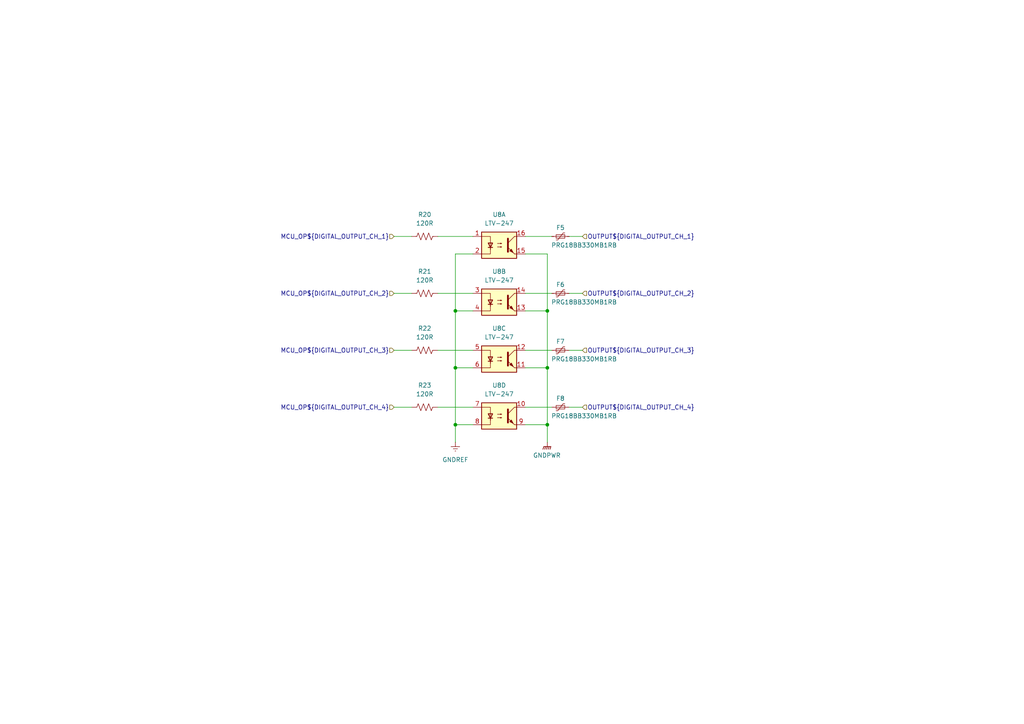
<source format=kicad_sch>
(kicad_sch (version 20250114) (generator "eeschema") (generator_version "9.0")
  (paper "A4")
  (lib_symbols
    (symbol "Device:Polyfuse_Small" (pin_numbers (hide yes)) (pin_names (offset 0))
      (property "Reference" "F" (at -1.905 0 90))
      (property "Value" "Polyfuse_Small" (at 1.905 0 90))
      (symbol "Polyfuse_Small_0_1"
        (polyline (pts (xy -1.016 1.27) (xy -1.016 0.762) (xy 1.016 -0.762) (xy 1.016 -1.27)))
        (rectangle (start -0.508 1.27) (end 0.508 -1.27))
        (polyline (pts (xy 0 2.54) (xy 0 -2.54)))
      )
      (symbol "Polyfuse_Small_1_1"
        (pin passive line (at 0 2.54 270) (length 0.635) (name "~") (number "1"))
        (pin passive line (at 0 -2.54 90) (length 0.635) (name "~") (number "2"))
      )
    )
    (symbol "Device:R_US" (pin_numbers (hide yes)) (pin_names (offset 0))
      (property "Reference" "R" (at 2.54 0 90))
      (property "Value" "R_US" (at -2.54 0 90))
      (symbol "R_US_0_1"
        (polyline (pts (xy 0 2.286) (xy 0 2.54)))
        (polyline (pts (xy 0 2.286) (xy 1.016 1.905) (xy 0 1.524) (xy -1.016 1.143) (xy 0 0.762)))
        (polyline (pts (xy 0 0.762) (xy 1.016 0.381) (xy 0 0) (xy -1.016 -0.381) (xy 0 -0.762)))
        (polyline (pts (xy 0 -0.762) (xy 1.016 -1.143) (xy 0 -1.524) (xy -1.016 -1.905) (xy 0 -2.286)))
        (polyline (pts (xy 0 -2.286) (xy 0 -2.54)))
      )
      (symbol "R_US_1_1"
        (pin passive line (at 0 3.81 270) (length 1.27) (name "~") (number "1"))
        (pin passive line (at 0 -3.81 90) (length 1.27) (name "~") (number "2"))
      )
    )
    (symbol "Isolator:LTV-247"
      (property "Reference" "U" (at -5.08 5.08 0))
      (property "Value" "LTV-247" (at 0 5.08 0))
      (symbol "LTV-247_0_1"
        (rectangle (start -5.08 3.81) (end 5.08 -3.81) (stroke (width 0.254)) (fill (type background)))
        (polyline (pts (xy -5.08 2.54) (xy -2.54 2.54) (xy -2.54 -1.27) (xy -2.54 0.635)))
        (polyline (pts (xy -3.175 -0.635) (xy -1.905 -0.635)) (stroke (width 0.254)))
        (polyline (pts (xy -2.54 -0.635) (xy -2.54 -2.54) (xy -5.08 -2.54)))
        (polyline (pts (xy -2.54 -0.635) (xy -3.175 0.635) (xy -1.905 0.635) (xy -2.54 -0.635)) (stroke (width 0.254)))
        (polyline (pts (xy -0.508 0.508) (xy 0.762 0.508) (xy 0.381 0.381) (xy 0.381 0.635) (xy 0.762 0.508)))
        (polyline (pts (xy -0.508 -0.508) (xy 0.762 -0.508) (xy 0.381 -0.635) (xy 0.381 -0.381) (xy 0.762 -0.508)))
        (polyline (pts (xy 2.54 1.905) (xy 2.54 -1.905) (xy 2.54 -1.905)) (stroke (width 0.508)))
        (polyline (pts (xy 2.54 0.635) (xy 4.445 2.54)))
        (polyline (pts (xy 3.048 -1.651) (xy 3.556 -1.143) (xy 4.064 -2.159) (xy 3.048 -1.651) (xy 3.048 -1.651)) (fill (type outline)))
        (polyline (pts (xy 4.445 2.54) (xy 5.08 2.54)))
        (polyline (pts (xy 4.445 -2.54) (xy 2.54 -0.635)) (fill (type outline)))
        (polyline (pts (xy 4.445 -2.54) (xy 5.08 -2.54)))
      )
      (symbol "LTV-247_1_1"
        (pin passive line (at -7.62 2.54 0) (length 2.54) (name "~") (number "1"))
        (pin passive line (at -7.62 -2.54 0) (length 2.54) (name "~") (number "2"))
        (pin passive line (at 7.62 2.54 180) (length 2.54) (name "~") (number "16"))
        (pin passive line (at 7.62 -2.54 180) (length 2.54) (name "~") (number "15"))
      )
      (symbol "LTV-247_2_1"
        (pin passive line (at -7.62 2.54 0) (length 2.54) (name "~") (number "3"))
        (pin passive line (at -7.62 -2.54 0) (length 2.54) (name "~") (number "4"))
        (pin passive line (at 7.62 2.54 180) (length 2.54) (name "~") (number "14"))
        (pin passive line (at 7.62 -2.54 180) (length 2.54) (name "~") (number "13"))
      )
      (symbol "LTV-247_3_1"
        (pin passive line (at -7.62 2.54 0) (length 2.54) (name "~") (number "5"))
        (pin passive line (at -7.62 -2.54 0) (length 2.54) (name "~") (number "6"))
        (pin passive line (at 7.62 2.54 180) (length 2.54) (name "~") (number "12"))
        (pin passive line (at 7.62 -2.54 180) (length 2.54) (name "~") (number "11"))
      )
      (symbol "LTV-247_4_1"
        (pin passive line (at -7.62 2.54 0) (length 2.54) (name "~") (number "7"))
        (pin passive line (at -7.62 -2.54 0) (length 2.54) (name "~") (number "8"))
        (pin passive line (at 7.62 2.54 180) (length 2.54) (name "~") (number "10"))
        (pin passive line (at 7.62 -2.54 180) (length 2.54) (name "~") (number "9"))
      )
    )
    (symbol "power:GNDPWR" (power) (pin_numbers (hide yes)) (pin_names (offset 0) (hide yes))
      (property "Value" "GNDPWR" (at 0 -3.302 0))
      (symbol "GNDPWR_0_1"
        (polyline (pts (xy -1.016 -1.27) (xy -1.27 -2.032) (xy -1.27 -2.032)) (stroke (width 0.2032)))
        (polyline (pts (xy -0.508 -1.27) (xy -0.762 -2.032) (xy -0.762 -2.032)) (stroke (width 0.2032)))
        (polyline (pts (xy 0 -1.27) (xy 0 0)))
        (polyline (pts (xy 0 -1.27) (xy -0.254 -2.032) (xy -0.254 -2.032)) (stroke (width 0.2032)))
        (polyline (pts (xy 0.508 -1.27) (xy 0.254 -2.032) (xy 0.254 -2.032)) (stroke (width 0.2032)))
        (polyline (pts (xy 1.016 -1.27) (xy -1.016 -1.27) (xy -1.016 -1.27)) (stroke (width 0.2032)))
        (polyline (pts (xy 1.016 -1.27) (xy 0.762 -2.032) (xy 0.762 -2.032) (xy 0.762 -2.032)) (stroke (width 0.2032)))
      )
      (symbol "GNDPWR_1_1"
        (pin power_in line (at 0 0 270) (length 0) (name "~") (number "1"))
      )
    )
    (symbol "power:GNDREF" (power) (pin_numbers (hide yes)) (pin_names (offset 0) (hide yes))
      (property "Value" "GNDREF" (at 0 -3.81 0))
      (symbol "GNDREF_0_1"
        (polyline (pts (xy -0.635 -1.905) (xy 0.635 -1.905)))
        (polyline (pts (xy -0.127 -2.54) (xy 0.127 -2.54)))
        (polyline (pts (xy 0 -1.27) (xy 0 0)))
        (polyline (pts (xy 1.27 -1.27) (xy -1.27 -1.27)))
      )
      (symbol "GNDREF_1_1"
        (pin power_in line (at 0 0 270) (length 0) (name "~") (number "1"))
      )
    )
  )
  (junction (at 158.75 106.68))
  (junction (at 132.08 90.17))
  (junction (at 158.75 90.17))
  (junction (at 132.08 106.68))
  (junction (at 132.08 123.19))
  (junction (at 158.75 123.19))
  (wire (pts (xy 152.4 123.19) (xy 158.75 123.19)))
  (wire (pts (xy 158.75 73.66) (xy 158.75 90.17)))
  (wire (pts (xy 165.1 118.11) (xy 168.91 118.11)))
  (wire (pts (xy 152.4 85.09) (xy 160.02 85.09)))
  (wire (pts (xy 152.4 106.68) (xy 158.75 106.68)))
  (wire (pts (xy 132.08 73.66) (xy 137.16 73.66)))
  (wire (pts (xy 127 68.58) (xy 137.16 68.58)))
  (wire (pts (xy 158.75 106.68) (xy 158.75 123.19)))
  (wire (pts (xy 132.08 106.68) (xy 132.08 123.19)))
  (wire (pts (xy 165.1 101.6) (xy 168.91 101.6)))
  (wire (pts (xy 152.4 68.58) (xy 160.02 68.58)))
  (wire (pts (xy 158.75 90.17) (xy 158.75 106.68)))
  (wire (pts (xy 165.1 85.09) (xy 168.91 85.09)))
  (wire (pts (xy 127 85.09) (xy 137.16 85.09)))
  (wire (pts (xy 165.1 68.58) (xy 168.91 68.58)))
  (wire (pts (xy 158.75 123.19) (xy 158.75 128.27)))
  (wire (pts (xy 127 101.6) (xy 137.16 101.6)))
  (wire (pts (xy 152.4 73.66) (xy 158.75 73.66)))
  (wire (pts (xy 114.3 85.09) (xy 119.38 85.09)))
  (wire (pts (xy 127 118.11) (xy 137.16 118.11)))
  (wire (pts (xy 132.08 106.68) (xy 137.16 106.68)))
  (wire (pts (xy 132.08 90.17) (xy 137.16 90.17)))
  (wire (pts (xy 132.08 73.66) (xy 132.08 90.17)))
  (wire (pts (xy 114.3 68.58) (xy 119.38 68.58)))
  (wire (pts (xy 152.4 101.6) (xy 160.02 101.6)))
  (wire (pts (xy 152.4 118.11) (xy 160.02 118.11)))
  (wire (pts (xy 132.08 123.19) (xy 132.08 128.27)))
  (wire (pts (xy 114.3 101.6) (xy 119.38 101.6)))
  (wire (pts (xy 114.3 118.11) (xy 119.38 118.11)))
  (wire (pts (xy 132.08 123.19) (xy 137.16 123.19)))
  (wire (pts (xy 132.08 90.17) (xy 132.08 106.68)))
  (wire (pts (xy 152.4 90.17) (xy 158.75 90.17)))
  (hierarchical_label "MCU_OP${DIGITAL_OUTPUT_CH_1}" (shape input) (at 114.3 68.58 180))
  (hierarchical_label "MCU_OP${DIGITAL_OUTPUT_CH_3}" (shape input) (at 114.3 101.6 180))
  (hierarchical_label "OUTPUT${DIGITAL_OUTPUT_CH_4}" (shape input) (at 168.91 118.11 0))
  (hierarchical_label "MCU_OP${DIGITAL_OUTPUT_CH_2}" (shape input) (at 114.3 85.09 180))
  (hierarchical_label "OUTPUT${DIGITAL_OUTPUT_CH_1}" (shape input) (at 168.91 68.58 0))
  (hierarchical_label "OUTPUT${DIGITAL_OUTPUT_CH_3}" (shape input) (at 168.91 101.6 0))
  (hierarchical_label "MCU_OP${DIGITAL_OUTPUT_CH_4}" (shape input) (at 114.3 118.11 180))
  (hierarchical_label "OUTPUT${DIGITAL_OUTPUT_CH_2}" (shape input) (at 168.91 85.09 0))
  (symbol (lib_id "Isolator:LTV-247") (at 144.78 104.14 0) (unit 3)
    (property "Reference" "U7" (at 144.78 95.25 0))
    (property "Value" "LTV-247" (at 144.78 97.79 0))
    (property "Footprint" "Package_SO:SOP-16_4.4x10.4mm_P1.27mm" (effects (hide yes)))
    (property "Datasheet" "http://optoelectronics.liteon.com/upload/download/DS70-2009-0014/LTV-2X7%20sereis%20Mar17.PDF" (effects (hide yes)))
    (property "Description" "DC Quad Optocoupler, Vce 80V, CTR 100-600%, SOP-16" (effects (hide yes)))
    (instances (project "Remora Nucleo F446ZE Hat" (path "" (reference "U8") (unit 3)) (path "" (reference "U7") (unit 3))))
  )
  (symbol (lib_id "Isolator:LTV-247") (at 144.78 120.65 0) (unit 4)
    (property "Reference" "U7" (at 144.78 111.76 0))
    (property "Value" "LTV-247" (at 144.78 114.3 0))
    (property "Footprint" "Package_SO:SOP-16_4.4x10.4mm_P1.27mm" (effects (hide yes)))
    (property "Datasheet" "http://optoelectronics.liteon.com/upload/download/DS70-2009-0014/LTV-2X7%20sereis%20Mar17.PDF" (effects (hide yes)))
    (property "Description" "DC Quad Optocoupler, Vce 80V, CTR 100-600%, SOP-16" (effects (hide yes)))
    (instances (project "Remora Nucleo F446ZE Hat" (path "" (reference "U8") (unit 4)) (path "" (reference "U7") (unit 4))))
  )
  (symbol (lib_id "Isolator:LTV-247") (at 144.78 71.12 0) (unit 1)
    (property "Reference" "U7" (at 144.78 62.23 0))
    (property "Value" "LTV-247" (at 144.78 64.77 0))
    (property "Footprint" "Package_SO:SOP-16_4.4x10.4mm_P1.27mm" (effects (hide yes)))
    (property "Datasheet" "http://optoelectronics.liteon.com/upload/download/DS70-2009-0014/LTV-2X7%20sereis%20Mar17.PDF" (effects (hide yes)))
    (property "Description" "DC Quad Optocoupler, Vce 80V, CTR 100-600%, SOP-16" (effects (hide yes)))
    (instances (project "Remora Nucleo F446ZE Hat" (path "" (reference "U8") (unit 1)) (path "" (reference "U7") (unit 1))))
  )
  (symbol (lib_id "Device:Polyfuse_Small") (at 162.56 68.58 90) (unit 1)
    (property "Reference" "F1" (at 162.56 66.04 90))
    (property "Value" "PRG18BB330MB1RB" (at 169.418 71.12 90))
    (property "Footprint" "Fuse:Fuse_0603_1608Metric_Pad1.05x0.95mm_HandSolder" (effects (hide yes)))
    (property "Description" "Resettable fuse, polymeric positive temperature coefficient, small symbol" (effects (hide yes)))
    (property "Digikey Part Number" "490-2471-1-ND" (effects (hide yes)))
    (property "Digikey URL" "https://www.digikey.com.au/en/products/detail/murata-electronics/PRG18BB330MB1RB/588492" (effects (hide yes)))
    (instances (project "" (path "" (reference "F5") (unit 1)) (path "" (reference "F1") (unit 1))))
  )
  (symbol (lib_id "Device:Polyfuse_Small") (at 162.56 101.6 90) (unit 1)
    (property "Reference" "F3" (at 162.56 99.06 90))
    (property "Value" "PRG18BB330MB1RB" (at 169.418 104.14 90))
    (property "Footprint" "Fuse:Fuse_0603_1608Metric_Pad1.05x0.95mm_HandSolder" (effects (hide yes)))
    (property "Description" "Resettable fuse, polymeric positive temperature coefficient, small symbol" (effects (hide yes)))
    (property "Digikey Part Number" "490-2471-1-ND" (effects (hide yes)))
    (property "Digikey URL" "https://www.digikey.com.au/en/products/detail/murata-electronics/PRG18BB330MB1RB/588492" (effects (hide yes)))
    (instances (project "Remora Nucleo F446ZE Hat" (path "" (reference "F7") (unit 1)) (path "" (reference "F3") (unit 1))))
  )
  (symbol (lib_id "Device:Polyfuse_Small") (at 162.56 118.11 90) (unit 1)
    (property "Reference" "F4" (at 162.56 115.57 90))
    (property "Value" "PRG18BB330MB1RB" (at 169.418 120.65 90))
    (property "Footprint" "Fuse:Fuse_0603_1608Metric_Pad1.05x0.95mm_HandSolder" (effects (hide yes)))
    (property "Description" "Resettable fuse, polymeric positive temperature coefficient, small symbol" (effects (hide yes)))
    (property "Digikey Part Number" "490-2471-1-ND" (effects (hide yes)))
    (property "Digikey URL" "https://www.digikey.com.au/en/products/detail/murata-electronics/PRG18BB330MB1RB/588492" (effects (hide yes)))
    (instances (project "Remora Nucleo F446ZE Hat" (path "" (reference "F8") (unit 1)) (path "" (reference "F4") (unit 1))))
  )
  (symbol (lib_id "Device:Polyfuse_Small") (at 162.56 85.09 90) (unit 1)
    (property "Reference" "F2" (at 162.56 82.55 90))
    (property "Value" "PRG18BB330MB1RB" (at 169.418 87.63 90))
    (property "Footprint" "Fuse:Fuse_0603_1608Metric_Pad1.05x0.95mm_HandSolder" (effects (hide yes)))
    (property "Description" "Resettable fuse, polymeric positive temperature coefficient, small symbol" (effects (hide yes)))
    (property "Digikey Part Number" "490-2471-1-ND" (effects (hide yes)))
    (property "Digikey URL" "https://www.digikey.com.au/en/products/detail/murata-electronics/PRG18BB330MB1RB/588492" (effects (hide yes)))
    (instances (project "Remora Nucleo F446ZE Hat" (path "" (reference "F6") (unit 1)) (path "" (reference "F2") (unit 1))))
  )
  (symbol (lib_id "Device:R_US") (at 123.19 68.58 90) (unit 1)
    (property "Reference" "R16" (at 123.19 62.23 90))
    (property "Value" "120R" (at 123.19 64.77 90))
    (property "Footprint" "Resistor_SMD:R_1206_3216Metric_Pad1.30x1.75mm_HandSolder" (effects (hide yes)))
    (property "Description" "Resistor, US symbol" (effects (hide yes)))
    (instances (project "Remora Nucleo F446ZE Hat" (path "" (reference "R20") (unit 1)) (path "" (reference "R16") (unit 1))))
  )
  (symbol (lib_id "Isolator:LTV-247") (at 144.78 87.63 0) (unit 2)
    (property "Reference" "U7" (at 144.78 78.74 0))
    (property "Value" "LTV-247" (at 144.78 81.28 0))
    (property "Footprint" "Package_SO:SOP-16_4.4x10.4mm_P1.27mm" (effects (hide yes)))
    (property "Datasheet" "http://optoelectronics.liteon.com/upload/download/DS70-2009-0014/LTV-2X7%20sereis%20Mar17.PDF" (effects (hide yes)))
    (property "Description" "DC Quad Optocoupler, Vce 80V, CTR 100-600%, SOP-16" (effects (hide yes)))
    (instances (project "Remora Nucleo F446ZE Hat" (path "" (reference "U8") (unit 2)) (path "" (reference "U7") (unit 2))))
  )
  (symbol (lib_id "Device:R_US") (at 123.19 101.6 90) (unit 1)
    (property "Reference" "R18" (at 123.19 95.25 90))
    (property "Value" "120R" (at 123.19 97.79 90))
    (property "Footprint" "Resistor_SMD:R_1206_3216Metric_Pad1.30x1.75mm_HandSolder" (effects (hide yes)))
    (property "Description" "Resistor, US symbol" (effects (hide yes)))
    (instances (project "Remora Nucleo F446ZE Hat" (path "" (reference "R22") (unit 1)) (path "" (reference "R18") (unit 1))))
  )
  (symbol (lib_id "power:GNDREF") (at 132.08 128.27 0) (unit 1)
    (property "Reference" "#PWR077" (effects (hide yes)))
    (property "Value" "GNDREF" (at 132.08 133.35 0))
    (property "Description" "Power symbol creates a global label with name \"GNDREF\" , reference supply ground" (effects (hide yes)))
    (instances (project "Remora Nucleo F446ZE Hat" (path "" (reference "#PWR079") (unit 1)) (path "" (reference "#PWR077") (unit 1))))
  )
  (symbol (lib_id "Device:R_US") (at 123.19 85.09 90) (unit 1)
    (property "Reference" "R17" (at 123.19 78.74 90))
    (property "Value" "120R" (at 123.19 81.28 90))
    (property "Footprint" "Resistor_SMD:R_1206_3216Metric_Pad1.30x1.75mm_HandSolder" (effects (hide yes)))
    (property "Description" "Resistor, US symbol" (effects (hide yes)))
    (instances (project "Remora Nucleo F446ZE Hat" (path "" (reference "R21") (unit 1)) (path "" (reference "R17") (unit 1))))
  )
  (symbol (lib_id "power:GNDPWR") (at 158.75 128.27 0) (unit 1)
    (property "Reference" "#PWR078" (effects (hide yes)))
    (property "Value" "GNDPWR" (at 158.623 132.08 0))
    (property "Description" "Power symbol creates a global label with name \"GNDPWR\" , global ground" (effects (hide yes)))
    (instances (project "Remora Nucleo F446ZE Hat" (path "" (reference "#PWR080") (unit 1)) (path "" (reference "#PWR078") (unit 1))))
  )
  (symbol (lib_id "Device:R_US") (at 123.19 118.11 90) (unit 1)
    (property "Reference" "R19" (at 123.19 111.76 90))
    (property "Value" "120R" (at 123.19 114.3 90))
    (property "Footprint" "Resistor_SMD:R_1206_3216Metric_Pad1.30x1.75mm_HandSolder" (effects (hide yes)))
    (property "Description" "Resistor, US symbol" (effects (hide yes)))
    (instances (project "Remora Nucleo F446ZE Hat" (path "" (reference "R23") (unit 1)) (path "" (reference "R19") (unit 1))))
  )
)
</source>
